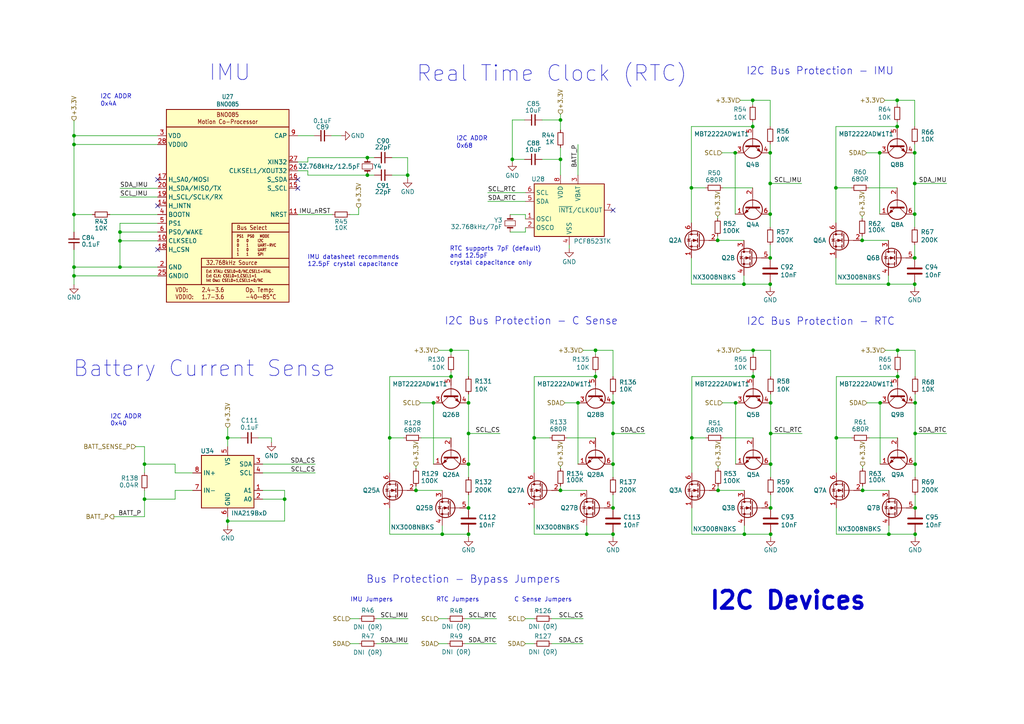
<source format=kicad_sch>
(kicad_sch (version 20231120) (generator "eeschema") (generator_version "8.0")
  (paper "A4")
  (title_block (title "PiCubed Mainboard") (date "2024-02-27") (rev "01") (company "RExLab Carnegie Mellon University") (comment 1 "Neil Khera"))
  (junction (at 34.798 69.85))
  (junction (at 242.443 54.483))
  (junction (at 260.223 36.703))
  (junction (at 255.27 116.84))
  (junction (at 265.43 116.84))
  (junction (at 21.463 77.47))
  (junction (at 154.94 127))
  (junction (at 265.43 154.94))
  (junction (at 213.36 116.84))
  (junction (at 250.063 69.723))
  (junction (at 223.52 125.73))
  (junction (at 215.773 82.423))
  (junction (at 223.52 134.62))
  (junction (at 260.35 101.6))
  (junction (at 218.313 29.083))
  (junction (at 255.143 44.323))
  (junction (at 223.393 74.803))
  (junction (at 200.66 127))
  (junction (at 21.463 80.01))
  (junction (at 170.18 154.94))
  (junction (at 260.223 29.083))
  (junction (at 172.72 109.22))
  (junction (at 223.393 82.423))
  (junction (at 257.683 82.423))
  (junction (at 34.798 67.31))
  (junction (at 265.43 134.62))
  (junction (at 21.463 39.37))
  (junction (at 135.89 147.32))
  (junction (at 200.533 54.483))
  (junction (at 135.89 125.73))
  (junction (at 34.798 77.47))
  (junction (at 177.8 147.32))
  (junction (at 177.8 134.62))
  (junction (at 223.52 147.32))
  (junction (at 265.43 147.32))
  (junction (at 223.52 154.94))
  (junction (at 265.43 125.73))
  (junction (at 223.393 44.323))
  (junction (at 223.52 116.84))
  (junction (at 265.303 62.103))
  (junction (at 120.65 142.24))
  (junction (at 208.28 142.24))
  (junction (at 250.19 142.24))
  (junction (at 223.393 62.103))
  (junction (at 21.463 62.23))
  (junction (at 148.59 46.228))
  (junction (at 66.04 151.13))
  (junction (at 218.44 101.6))
  (junction (at 265.303 44.323))
  (junction (at 135.89 134.62))
  (junction (at 213.233 44.323))
  (junction (at 106.553 50.8))
  (junction (at 177.8 116.84))
  (junction (at 128.27 154.94))
  (junction (at 135.89 116.84))
  (junction (at 265.303 82.423))
  (junction (at 66.04 127))
  (junction (at 162.56 34.798))
  (junction (at 177.8 154.94))
  (junction (at 223.393 53.213))
  (junction (at 130.81 109.22))
  (junction (at 257.81 154.94))
  (junction (at 113.03 127))
  (junction (at 265.303 74.803))
  (junction (at 162.56 142.24))
  (junction (at 106.553 45.72))
  (junction (at 215.9 154.94))
  (junction (at 41.91 134.62))
  (junction (at 130.81 101.6))
  (junction (at 162.56 46.228))
  (junction (at 208.153 69.723))
  (junction (at 177.8 125.73))
  (junction (at 135.89 154.94))
  (junction (at 172.72 101.6))
  (junction (at 118.237 50.8))
  (junction (at 167.64 116.84))
  (junction (at 218.44 109.22))
  (junction (at 260.35 109.22))
  (junction (at 125.73 116.84))
  (junction (at 265.303 53.213))
  (junction (at 21.463 41.91))
  (junction (at 82.55 144.78))
  (junction (at 218.313 36.703))
  (junction (at 41.91 144.78))
  (junction (at 242.57 127))
  (no_connect (at 45.72 59.69))
  (no_connect (at 177.8 60.96))
  (no_connect (at 45.72 72.39))
  (no_connect (at 45.72 52.07))
  (no_connect (at 86.36 52.07))
  (no_connect (at 86.36 54.61))
  (wire (pts (xy 167.64 116.84) (xy 167.64 134.62)))
  (wire (pts (xy 33.02 149.86) (xy 41.91 149.86)))
  (wire (pts (xy 242.443 74.803) (xy 242.443 82.423)))
  (wire (pts (xy 41.91 144.78) (xy 50.8 144.78)))
  (wire (pts (xy 34.798 69.85) (xy 34.798 77.47)))
  (wire (pts (xy 214.884 101.6) (xy 218.44 101.6)))
  (wire (pts (xy 21.463 77.47) (xy 21.463 80.01)))
  (wire (pts (xy 122.174 127) (xy 130.81 127)))
  (wire (pts (xy 223.393 70.993) (xy 223.393 74.803)))
  (wire (pts (xy 34.798 67.31) (xy 34.798 69.85)))
  (wire (pts (xy 257.81 154.94) (xy 265.43 154.94)))
  (polyline (pts (xy 308.61 19.304) (xy 308.61 72.644)))
  (wire (pts (xy 162.56 33.147) (xy 162.56 34.798)))
  (wire (pts (xy 82.55 142.24) (xy 76.2 142.24)))
  (wire (pts (xy 177.8 101.6) (xy 172.72 101.6)))
  (wire (pts (xy 21.463 72.39) (xy 21.463 77.47)))
  (wire (pts (xy 162.56 140.97) (xy 162.56 142.24)))
  (wire (pts (xy 76.2 134.62) (xy 91.44 134.62)))
  (wire (pts (xy 45.72 80.01) (xy 21.463 80.01)))
  (wire (pts (xy 223.52 125.73) (xy 223.52 116.84)))
  (wire (pts (xy 208.153 68.453) (xy 208.153 69.723)))
  (wire (pts (xy 164.465 127) (xy 172.72 127)))
  (wire (pts (xy 200.66 137.16) (xy 200.66 127)))
  (wire (pts (xy 125.73 116.84) (xy 125.73 134.62)))
  (wire (pts (xy 172.72 107.95) (xy 172.72 109.22)))
  (wire (pts (xy 118.237 45.72) (xy 113.665 45.72)))
  (wire (pts (xy 154.94 109.22) (xy 172.72 109.22)))
  (wire (pts (xy 257.683 82.423) (xy 265.303 82.423)))
  (wire (pts (xy 218.313 29.083) (xy 218.313 30.353)))
  (wire (pts (xy 113.03 154.94) (xy 128.27 154.94)))
  (wire (pts (xy 135.89 134.62) (xy 135.89 125.73)))
  (wire (pts (xy 223.393 29.083) (xy 218.313 29.083)))
  (wire (pts (xy 162.56 42.799) (xy 162.56 46.228)))
  (wire (pts (xy 250.19 142.24) (xy 257.81 142.24)))
  (wire (pts (xy 148.59 46.228) (xy 152.146 46.228)))
  (wire (pts (xy 250.063 69.723) (xy 257.683 69.723)))
  (wire (pts (xy 160.02 179.451) (xy 169.164 179.451)))
  (wire (pts (xy 265.303 41.783) (xy 265.303 44.323)))
  (wire (pts (xy 215.9 152.4) (xy 215.9 154.94)))
  (wire (pts (xy 145.034 125.73) (xy 135.89 125.73)))
  (wire (pts (xy 113.03 147.32) (xy 113.03 154.94)))
  (wire (pts (xy 170.18 154.94) (xy 177.8 154.94)))
  (wire (pts (xy 89.281 45.72) (xy 106.553 45.72)))
  (wire (pts (xy 250.063 68.453) (xy 250.063 69.723)))
  (wire (pts (xy 89.281 46.99) (xy 86.36 46.99)))
  (wire (pts (xy 265.43 101.6) (xy 265.43 109.22)))
  (wire (pts (xy 187.071 125.73) (xy 177.8 125.73)))
  (wire (pts (xy 89.281 49.53) (xy 86.36 49.53)))
  (wire (pts (xy 208.153 62.738) (xy 208.153 63.373)))
  (wire (pts (xy 148.59 34.798) (xy 152.146 34.798)))
  (wire (pts (xy 147.955 67.31) (xy 152.4 67.31)))
  (wire (pts (xy 118.237 50.8) (xy 113.665 50.8)))
  (wire (pts (xy 265.43 125.73) (xy 274.574 125.73)))
  (wire (pts (xy 127.254 179.451) (xy 129.794 179.451)))
  (wire (pts (xy 101.473 62.23) (xy 104.013 62.23)))
  (wire (pts (xy 215.773 82.423) (xy 223.393 82.423)))
  (wire (pts (xy 218.313 35.433) (xy 218.313 36.703)))
  (wire (pts (xy 45.72 64.77) (xy 34.798 64.77)))
  (wire (pts (xy 141.478 55.88) (xy 152.4 55.88)))
  (wire (pts (xy 256.667 29.083) (xy 260.223 29.083)))
  (wire (pts (xy 113.03 127) (xy 117.094 127)))
  (wire (pts (xy 177.8 101.6) (xy 177.8 109.22)))
  (wire (pts (xy 147.955 62.23) (xy 152.4 62.23)))
  (wire (pts (xy 265.303 29.083) (xy 265.303 36.703)))
  (wire (pts (xy 215.9 154.94) (xy 223.52 154.94)))
  (wire (pts (xy 208.28 140.97) (xy 208.28 142.24)))
  (wire (pts (xy 162.56 142.24) (xy 170.18 142.24)))
  (wire (pts (xy 223.393 41.783) (xy 223.393 44.323)))
  (wire (pts (xy 82.55 151.13) (xy 82.55 144.78)))
  (wire (pts (xy 265.43 101.6) (xy 260.35 101.6)))
  (wire (pts (xy 96.139 39.37) (xy 98.933 39.37)))
  (wire (pts (xy 265.303 62.103) (xy 265.303 53.213)))
  (wire (pts (xy 163.83 116.84) (xy 167.64 116.84)))
  (wire (pts (xy 130.81 107.95) (xy 130.81 109.22)))
  (wire (pts (xy 209.677 54.483) (xy 218.313 54.483)))
  (wire (pts (xy 200.66 127) (xy 200.66 109.22)))
  (wire (pts (xy 108.585 50.8) (xy 106.553 50.8)))
  (wire (pts (xy 242.443 54.483) (xy 242.443 36.703)))
  (wire (pts (xy 177.8 134.62) (xy 177.8 138.43)))
  (wire (pts (xy 242.443 36.703) (xy 260.223 36.703)))
  (wire (pts (xy 66.04 124.079) (xy 66.04 127)))
  (wire (pts (xy 242.443 54.483) (xy 246.888 54.483)))
  (wire (pts (xy 223.393 29.083) (xy 223.393 36.703)))
  (wire (pts (xy 21.463 62.23) (xy 26.797 62.23)))
  (wire (pts (xy 251.46 116.84) (xy 255.27 116.84)))
  (wire (pts (xy 223.52 134.62) (xy 223.52 125.73)))
  (wire (pts (xy 135.89 101.6) (xy 130.81 101.6)))
  (wire (pts (xy 34.798 67.31) (xy 45.72 67.31)))
  (wire (pts (xy 41.91 142.24) (xy 41.91 144.78)))
  (wire (pts (xy 21.463 35.052) (xy 21.463 39.37)))
  (wire (pts (xy 251.333 44.323) (xy 255.143 44.323)))
  (wire (pts (xy 108.585 45.72) (xy 106.553 45.72)))
  (wire (pts (xy 34.798 69.85) (xy 45.72 69.85)))
  (wire (pts (xy 113.03 127) (xy 113.03 109.22)))
  (wire (pts (xy 167.64 41.91) (xy 167.64 50.8)))
  (wire (pts (xy 209.423 44.323) (xy 213.233 44.323)))
  (wire (pts (xy 41.91 134.62) (xy 41.91 137.16)))
  (wire (pts (xy 242.443 82.423) (xy 257.683 82.423)))
  (wire (pts (xy 121.92 116.84) (xy 125.73 116.84)))
  (wire (pts (xy 120.65 135.255) (xy 120.65 135.89)))
  (wire (pts (xy 208.28 135.255) (xy 208.28 135.89)))
  (wire (pts (xy 218.44 101.6) (xy 218.44 102.87)))
  (wire (pts (xy 257.81 152.4) (xy 257.81 154.94)))
  (wire (pts (xy 213.233 44.323) (xy 213.233 62.103)))
  (wire (pts (xy 135.89 155.829) (xy 135.89 154.94)))
  (wire (pts (xy 200.533 54.483) (xy 204.597 54.483)))
  (wire (pts (xy 255.143 44.323) (xy 255.143 62.103)))
  (wire (pts (xy 66.04 151.13) (xy 66.04 152.4)))
  (wire (pts (xy 223.52 134.62) (xy 223.52 138.43)))
  (wire (pts (xy 76.2 137.16) (xy 91.44 137.16)))
  (wire (pts (xy 21.463 82.55) (xy 21.463 80.01)))
  (wire (pts (xy 260.35 107.95) (xy 260.35 109.22)))
  (wire (pts (xy 251.968 54.483) (xy 260.223 54.483)))
  (wire (pts (xy 130.81 101.6) (xy 130.81 102.87)))
  (wire (pts (xy 250.063 62.738) (xy 250.063 63.373)))
  (wire (pts (xy 209.55 116.84) (xy 213.36 116.84)))
  (wire (pts (xy 177.8 114.3) (xy 177.8 116.84)))
  (wire (pts (xy 86.36 39.37) (xy 91.059 39.37)))
  (wire (pts (xy 45.72 77.47) (xy 34.798 77.47)))
  (wire (pts (xy 252.095 127) (xy 260.35 127)))
  (wire (pts (xy 250.19 135.255) (xy 250.19 135.89)))
  (wire (pts (xy 265.303 70.993) (xy 265.303 74.803)))
  (wire (pts (xy 265.303 83.312) (xy 265.303 82.423)))
  (wire (pts (xy 223.52 114.3) (xy 223.52 116.84)))
  (wire (pts (xy 118.237 51.816) (xy 118.237 50.8)))
  (wire (pts (xy 106.553 50.8) (xy 89.281 50.8)))
  (wire (pts (xy 134.874 179.451) (xy 144.018 179.451)))
  (polyline (pts (xy 308.61 72.644) (xy 374.65 72.644)))
  (wire (pts (xy 265.43 134.62) (xy 265.43 125.73)))
  (wire (pts (xy 152.4 186.69) (xy 154.94 186.69)))
  (wire (pts (xy 162.56 34.798) (xy 162.56 37.719)))
  (wire (pts (xy 223.52 143.51) (xy 223.52 147.32)))
  (wire (pts (xy 41.91 134.62) (xy 50.8 134.62)))
  (wire (pts (xy 154.94 137.16) (xy 154.94 127)))
  (wire (pts (xy 223.52 101.6) (xy 218.44 101.6)))
  (wire (pts (xy 223.393 53.213) (xy 223.393 44.323)))
  (wire (pts (xy 21.463 41.91) (xy 45.72 41.91)))
  (wire (pts (xy 200.66 154.94) (xy 215.9 154.94)))
  (wire (pts (xy 128.27 152.4) (xy 128.27 154.94)))
  (wire (pts (xy 255.27 116.84) (xy 255.27 134.62)))
  (polyline (pts (xy 374.65 72.644) (xy 374.65 19.304)))
  (wire (pts (xy 135.89 143.51) (xy 135.89 147.32)))
  (wire (pts (xy 208.153 69.723) (xy 215.773 69.723)))
  (wire (pts (xy 208.28 142.24) (xy 215.9 142.24)))
  (polyline (pts (xy 374.65 19.304) (xy 308.61 19.304)))
  (wire (pts (xy 177.8 125.73) (xy 177.8 116.84)))
  (wire (pts (xy 170.18 152.4) (xy 170.18 154.94)))
  (wire (pts (xy 76.2 144.78) (xy 82.55 144.78)))
  (wire (pts (xy 157.226 34.798) (xy 162.56 34.798)))
  (wire (pts (xy 50.8 137.16) (xy 50.8 134.62)))
  (wire (pts (xy 21.463 41.91) (xy 21.463 62.23)))
  (wire (pts (xy 177.8 134.62) (xy 177.8 125.73)))
  (wire (pts (xy 118.237 50.8) (xy 118.237 45.72)))
  (wire (pts (xy 154.94 154.94) (xy 170.18 154.94)))
  (wire (pts (xy 200.533 36.703) (xy 218.313 36.703)))
  (wire (pts (xy 157.226 46.228) (xy 162.56 46.228)))
  (wire (pts (xy 250.19 140.97) (xy 250.19 142.24)))
  (wire (pts (xy 223.393 83.312) (xy 223.393 82.423)))
  (wire (pts (xy 66.04 127) (xy 69.85 127)))
  (wire (pts (xy 200.533 74.803) (xy 200.533 82.423)))
  (wire (pts (xy 135.89 125.73) (xy 135.89 116.84)))
  (wire (pts (xy 223.393 62.103) (xy 223.393 65.913)))
  (wire (pts (xy 154.94 127) (xy 159.385 127)))
  (wire (pts (xy 209.804 127) (xy 218.44 127)))
  (wire (pts (xy 21.463 39.37) (xy 21.463 41.91)))
  (wire (pts (xy 152.4 179.451) (xy 154.94 179.451)))
  (wire (pts (xy 165.1 72.009) (xy 165.1 71.12)))
  (wire (pts (xy 109.22 186.69) (xy 118.364 186.69)))
  (wire (pts (xy 31.877 62.23) (xy 45.72 62.23)))
  (wire (pts (xy 218.44 107.95) (xy 218.44 109.22)))
  (wire (pts (xy 34.798 54.61) (xy 45.72 54.61)))
  (wire (pts (xy 21.463 39.37) (xy 45.72 39.37)))
  (wire (pts (xy 274.574 53.213) (xy 265.303 53.213)))
  (wire (pts (xy 257.683 79.883) (xy 257.683 82.423)))
  (wire (pts (xy 172.72 101.6) (xy 172.72 102.87)))
  (wire (pts (xy 260.223 35.433) (xy 260.223 36.703)))
  (wire (pts (xy 223.52 101.6) (xy 223.52 109.22)))
  (wire (pts (xy 78.74 127) (xy 78.74 128.27)))
  (wire (pts (xy 242.57 109.22) (xy 260.35 109.22)))
  (wire (pts (xy 120.65 140.97) (xy 120.65 142.24)))
  (wire (pts (xy 265.303 53.213) (xy 265.303 44.323)))
  (wire (pts (xy 34.798 64.77) (xy 34.798 67.31)))
  (wire (pts (xy 39.37 129.54) (xy 41.91 129.54)))
  (wire (pts (xy 45.72 57.15) (xy 34.798 57.15)))
  (wire (pts (xy 213.36 116.84) (xy 213.36 134.62)))
  (wire (pts (xy 128.27 154.94) (xy 135.89 154.94)))
  (wire (pts (xy 148.59 46.99) (xy 148.59 46.228)))
  (wire (pts (xy 101.6 179.451) (xy 104.14 179.451)))
  (wire (pts (xy 265.43 143.51) (xy 265.43 147.32)))
  (wire (pts (xy 135.89 101.6) (xy 135.89 109.22)))
  (wire (pts (xy 34.798 77.47) (xy 21.463 77.47)))
  (wire (pts (xy 160.02 186.69) (xy 169.164 186.69)))
  (wire (pts (xy 242.57 147.32) (xy 242.57 154.94)))
  (wire (pts (xy 154.94 147.32) (xy 154.94 154.94)))
  (wire (pts (xy 55.88 142.24) (xy 50.8 142.24)))
  (wire (pts (xy 109.22 179.451) (xy 118.364 179.451)))
  (wire (pts (xy 66.04 149.86) (xy 66.04 151.13)))
  (wire (pts (xy 82.55 144.78) (xy 82.55 142.24)))
  (wire (pts (xy 148.59 34.798) (xy 148.59 46.228)))
  (wire (pts (xy 127.254 101.6) (xy 130.81 101.6)))
  (wire (pts (xy 177.8 143.51) (xy 177.8 147.32)))
  (wire (pts (xy 265.43 114.3) (xy 265.43 116.84)))
  (wire (pts (xy 113.03 137.16) (xy 113.03 127)))
  (wire (pts (xy 265.43 125.73) (xy 265.43 116.84)))
  (wire (pts (xy 152.4 62.23) (xy 152.4 63.5)))
  (wire (pts (xy 223.52 125.73) (xy 232.664 125.73)))
  (wire (pts (xy 214.757 29.083) (xy 218.313 29.083)))
  (wire (pts (xy 200.533 54.483) (xy 200.533 36.703)))
  (wire (pts (xy 162.56 46.228) (xy 162.56 50.8)))
  (wire (pts (xy 242.57 154.94) (xy 257.81 154.94)))
  (wire (pts (xy 265.303 62.103) (xy 265.303 65.913)))
  (wire (pts (xy 242.57 127) (xy 247.015 127)))
  (wire (pts (xy 162.56 135.255) (xy 162.56 135.89)))
  (wire (pts (xy 135.89 114.3) (xy 135.89 116.84)))
  (wire (pts (xy 21.463 62.23) (xy 21.463 67.31)))
  (wire (pts (xy 265.303 29.083) (xy 260.223 29.083)))
  (wire (pts (xy 50.8 142.24) (xy 50.8 144.78)))
  (wire (pts (xy 66.04 127) (xy 66.04 129.54)))
  (wire (pts (xy 260.35 101.6) (xy 260.35 102.87)))
  (wire (pts (xy 104.013 60.325) (xy 104.013 62.23)))
  (wire (pts (xy 120.65 142.24) (xy 128.27 142.24)))
  (wire (pts (xy 74.93 127) (xy 78.74 127)))
  (wire (pts (xy 96.393 62.23) (xy 86.36 62.23)))
  (wire (pts (xy 55.88 137.16) (xy 50.8 137.16)))
  (wire (pts (xy 256.794 101.6) (xy 260.35 101.6)))
  (wire (pts (xy 260.223 29.083) (xy 260.223 30.353)))
  (wire (pts (xy 66.04 151.13) (xy 82.55 151.13)))
  (wire (pts (xy 242.443 64.643) (xy 242.443 54.483)))
  (wire (pts (xy 177.8 155.829) (xy 177.8 154.94)))
  (wire (pts (xy 200.533 64.643) (xy 200.533 54.483)))
  (wire (pts (xy 200.533 82.423) (xy 215.773 82.423)))
  (wire (pts (xy 113.03 109.22) (xy 130.81 109.22)))
  (wire (pts (xy 41.91 134.62) (xy 41.91 129.54)))
  (wire (pts (xy 135.89 134.62) (xy 135.89 138.43)))
  (wire (pts (xy 223.52 155.829) (xy 223.52 154.94)))
  (wire (pts (xy 215.773 79.883) (xy 215.773 82.423)))
  (wire (pts (xy 141.478 58.42) (xy 152.4 58.42)))
  (wire (pts (xy 89.281 50.8) (xy 89.281 49.53)))
  (wire (pts (xy 242.57 127) (xy 242.57 109.22)))
  (wire (pts (xy 223.393 62.103) (xy 223.393 53.213)))
  (wire (pts (xy 89.281 45.72) (xy 89.281 46.99)))
  (wire (pts (xy 152.4 66.04) (xy 152.4 67.31)))
  (wire (pts (xy 232.537 53.213) (xy 223.393 53.213)))
  (wire (pts (xy 265.43 155.829) (xy 265.43 154.94)))
  (wire (pts (xy 154.94 127) (xy 154.94 109.22)))
  (wire (pts (xy 101.6 186.69) (xy 104.14 186.69)))
  (wire (pts (xy 200.66 147.32) (xy 200.66 154.94)))
  (wire (pts (xy 200.66 127) (xy 204.724 127)))
  (wire (pts (xy 134.874 186.69) (xy 144.018 186.69)))
  (wire (pts (xy 41.91 144.78) (xy 41.91 149.86)))
  (wire (pts (xy 127.254 186.69) (xy 129.794 186.69)))
  (wire (pts (xy 265.43 134.62) (xy 265.43 138.43)))
  (wire (pts (xy 242.57 137.16) (xy 242.57 127)))
  (wire (pts (xy 200.66 109.22) (xy 218.44 109.22)))
  (wire (pts (xy 169.164 101.6) (xy 172.72 101.6)))
  (text "I2C Devices" (at 205.486 177.292 0) (effects (font (size 5.08 5.08) (thickness 1.016) (bold yes)) (justify left bottom)))
  (text "0x4A " (at 34.798 30.988 0) (effects (font (size 1.27 1.27)) (justify right bottom)))
  (text "C Sense Jumpers" (at 149.098 174.752 0) (effects (font (size 1.27 1.27)) (justify left bottom)))
  (text "IMU Jumpers" (at 101.6 174.752 0) (effects (font (size 1.27 1.27)) (justify left bottom)))
  (text "Battery Current Sense" (at 21.082 109.728 0) (effects (font (size 4.572 4.572)) (justify left bottom)))
  (text "0x68" (at 137.16 43.18 0) (effects (font (size 1.27 1.27)) (justify right bottom)))
  (text "Bus Protection - Bypass Jumpers" (at 106.172 169.418 0) (effects (font (size 2.159 2.159)) (justify left bottom)))
  (text "RTC Jumpers" (at 126.492 174.752 0) (effects (font (size 1.27 1.27)) (justify left bottom)))
  (text "Real Time Clock (RTC)" (at 120.65 24.13 0) (effects (font (size 4.572 4.572)) (justify left bottom)))
  (text "I2C ADDR" (at 141.478 41.021 0) (effects (font (size 1.27 1.27)) (justify right bottom)))
  (text "IMU datasheet recommends \n12.5pF crystal capacitance" (at 89.154 77.47 0) (effects (font (size 1.27 1.27)) (justify left bottom)))
  (text "These novel bus protection circuits\nprevent traditional I2C/SPI failure \nmodes where a single slave failure\ncan disable the entire bus.\n\nLearn more: \nhttps://doi.org/10.36227/techrxiv.15166620\n\nBy default, slave clock and/or data lines \ncan be held low and the Master will still \nbe able to communicate with the remainder \nof the bus.\n\nThey can individually be bypassed by \nremoving the transistor(s) and soldering\nthe 0ohm jumpers to the right." (at 312.42 70.104 0) (effects (font (size 1.7526 1.7526)) (justify left bottom)))
  (text "I2C ADDR" (at 41.148 121.666 0) (effects (font (size 1.27 1.27)) (justify right bottom)))
  (text "I2C Bus Protection - C Sense" (at 128.905 94.488 0) (effects (font (size 2.159 2.159)) (justify left bottom)))
  (text "I2C Bus Protection - RTC" (at 216.535 94.615 0) (effects (font (size 2.159 2.159)) (justify left bottom)))
  (text "RTC supports 7pF (default)\nand 12.5pF\ncrystal capacitance only" (at 130.429 77.089 0) (effects (font (size 1.27 1.27)) (justify left bottom)))
  (text "IMU" (at 60.452 23.876 0) (effects (font (size 4.572 4.572)) (justify left bottom)))
  (text "I2C ADDR" (at 38.227 28.829 0) (effects (font (size 1.27 1.27)) (justify right bottom)))
  (text "NOTE" (at 309.88 24.384 0) (effects (font (size 2.54 2.54) (thickness 0.508) (bold yes)) (justify left bottom)))
  (text "0x40" (at 36.83 123.698 0) (effects (font (size 1.27 1.27)) (justify right bottom)))
  (text "I2C Bus Protection - IMU" (at 216.408 21.971 0) (effects (font (size 2.159 2.159)) (justify left bottom)))
  (label "SCL_RTC" (at 144.018 179.451 180))
  (label "BATT_P" (at 34.29 149.86 0))
  (label "SDA_IMU" (at 118.364 186.69 180))
  (label "SDA_RTC" (at 144.018 186.69 180))
  (label "SCL_CS" (at 91.44 137.16 180))
  (label "IMU_nRST" (at 86.741 62.23 0))
  (label "SDA_RTC" (at 274.574 125.73 180))
  (label "BATT_P" (at 167.64 41.91 270))
  (label "SCL_IMU" (at 118.364 179.451 180))
  (label "SDA_CS" (at 91.44 134.62 180))
  (label "SCL_RTC" (at 232.664 125.73 180))
  (label "SCL_CS" (at 145.034 125.73 180))
  (label "SCL_CS" (at 169.164 179.451 180))
  (label "SCL_IMU" (at 34.798 57.15 0))
  (label "SDA_RTC" (at 141.478 58.42 0))
  (label "SDA_IMU" (at 34.798 54.61 0))
  (label "SDA_CS" (at 187.071 125.73 180))
  (label "SCL_IMU" (at 232.537 53.213 180))
  (label "SDA_IMU" (at 274.574 53.213 180))
  (label "SDA_CS" (at 169.164 186.69 180))
  (label "SCL_RTC" (at 141.478 55.88 0))
  (hierarchical_label "+3.3V" (shape input) (at 104.013 60.325 90))
  (hierarchical_label "SDA" (shape input) (at 251.46 116.84 180))
  (hierarchical_label "BATT_P" (shape output) (at 33.02 149.86 180))
  (hierarchical_label "+3.3V" (shape input) (at 250.19 135.255 90))
  (hierarchical_label "+3.3V" (shape input) (at 250.063 62.738 90))
  (hierarchical_label "SCL" (shape input) (at 101.6 179.451 180))
  (hierarchical_label "+3.3V" (shape input) (at 66.04 124.079 90))
  (hierarchical_label "SDA" (shape input) (at 163.83 116.84 180))
  (hierarchical_label "SCL" (shape input) (at 209.55 116.84 180))
  (hierarchical_label "+3.3V" (shape input) (at 21.463 35.052 90))
  (hierarchical_label "+3.3V" (shape input) (at 256.794 101.6 180))
  (hierarchical_label "+3.3V" (shape input) (at 214.884 101.6 180))
  (hierarchical_label "SCL" (shape input) (at 127.254 179.451 180))
  (hierarchical_label "+3.3V" (shape input) (at 214.757 29.083 180))
  (hierarchical_label "+3.3V" (shape input) (at 120.65 135.255 90))
  (hierarchical_label "+3.3V" (shape input) (at 162.56 33.147 90))
  (hierarchical_label "+3.3V" (shape input) (at 208.153 62.738 90))
  (hierarchical_label "SDA" (shape input) (at 101.6 186.69 180))
  (hierarchical_label "BATT_SENSE_P" (shape input) (at 39.37 129.54 180))
  (hierarchical_label "+3.3V" (shape input) (at 169.164 101.6 180))
  (hierarchical_label "SDA" (shape input) (at 152.4 186.69 180))
  (hierarchical_label "+3.3V" (shape input) (at 256.667 29.083 180))
  (hierarchical_label "SCL" (shape input) (at 209.423 44.323 180))
  (hierarchical_label "SDA" (shape input) (at 251.333 44.323 180))
  (hierarchical_label "+3.3V" (shape input) (at 208.28 135.255 90))
  (hierarchical_label "+3.3V" (shape input) (at 127.254 101.6 180))
  (hierarchical_label "SCL" (shape input) (at 121.92 116.84 180))
  (hierarchical_label "SDA" (shape input) (at 127.254 186.69 180))
  (hierarchical_label "+3.3V" (shape input) (at 162.56 135.255 90))
  (hierarchical_label "SCL" (shape input) (at 152.4 179.451 180))
  (symbol (lib_id "Transistor_BJT:MBT2222ADW1T1") (at 130.81 114.3 90) (mirror x) (unit 2)
    (property "Reference" "Q26" (at 130.81 120.269 90))
    (property "Value" "MBT2222ADW1T1" (at 121.793 111.379 90))
    (property "Footprint" "Package_TO_SOT_SMD:SOT-363_SC-70-6" (effects (hide yes)))
    (property "Datasheet" "http://www.onsemi.com/pub_link/Collateral/MBT2222ADW1T1-D.PDF" (effects (hide yes)))
    (property "Description" "Dual NPN BJT - 2NPN" (effects (hide yes)))
    (property "Flight" "MBT2222ADW1T1G" (effects (hide yes)))
    (property "Manufacturer_Name" "ON Semiconductor" (effects (hide yes)))
    (property "Manufacturer_Part_Number" "MBT2222ADW1T1G" (effects (hide yes)))
    (property "Proto" "MBT2222ADW1T1G" (effects (hide yes)))
  )
  (symbol (lib_id "Device:R_Small") (at 132.334 186.69 270) (unit 1)
    (property "Reference" "R49" (at 132.334 184.531 90))
    (property "Value" "DNI (0R)" (at 132.334 189.103 90))
    (property "Footprint" "Resistor_SMD:R_0603_1608Metric" (effects (hide yes)))
    (property "Description" "0 0603" (effects (hide yes)))
    (property "DNI" "DNI" (effects (hide yes)))
  )
  (symbol (lib_id "Device:C_Small") (at 111.125 45.72 270) (mirror x) (unit 1)
    (property "Reference" "C90" (at 111.125 40.894 90))
    (property "Value" "22pF" (at 111.125 42.672 90))
    (property "Footprint" "Capacitor_SMD:C_0603_1608Metric" (effects (hide yes)))
  )
  (symbol (lib_id "Device:R_Small") (at 130.81 105.41 0) (unit 1)
    (property "Reference" "R130" (at 129.1082 104.2416 0) (effects (justify right)))
    (property "Value" "10K" (at 129.1082 106.553 0) (effects (justify right)))
    (property "Footprint" "Resistor_SMD:R_0603_1608Metric" (effects (hide yes)))
    (property "Description" "10K 0603" (effects (hide yes)))
  )
  (symbol (lib_id "Device:R_Small") (at 161.925 127 270) (unit 1)
    (property "Reference" "R133" (at 161.925 122.428 90))
    (property "Value" "680R" (at 161.925 124.46 90))
    (property "Footprint" "Resistor_SMD:R_0603_1608Metric" (effects (hide yes)))
    (property "Description" "680 0603" (effects (hide yes)))
  )
  (symbol (lib_id "power:GND") (at 148.59 46.99 0) (unit 1)
    (property "Reference" "#PWR0104" (effects (hide yes)))
    (property "Value" "GND" (at 148.59 50.927 0))
  )
  (symbol (lib_id "Transistor_BJT:MBT2222ADW1T1") (at 218.44 114.3 90) (mirror x) (unit 2)
    (property "Reference" "Q5" (at 218.44 120.269 90))
    (property "Value" "MBT2222ADW1T1" (at 209.423 111.379 90))
    (property "Footprint" "Package_TO_SOT_SMD:SOT-363_SC-70-6" (effects (hide yes)))
    (property "Datasheet" "http://www.onsemi.com/pub_link/Collateral/MBT2222ADW1T1-D.PDF" (effects (hide yes)))
    (property "Description" "Dual NPN BJT - 2NPN" (effects (hide yes)))
    (property "Flight" "MBT2222ADW1T1G" (effects (hide yes)))
    (property "Manufacturer_Name" "ON Semiconductor" (effects (hide yes)))
    (property "Manufacturer_Part_Number" "MBT2222ADW1T1G" (effects (hide yes)))
    (property "Proto" "MBT2222ADW1T1G" (effects (hide yes)))
  )
  (symbol (lib_id "Device:R_Small") (at 208.28 138.43 0) (unit 1)
    (property "Reference" "R53" (at 209.804 137.414 0) (effects (justify left)))
    (property "Value" "100K" (at 209.677 139.446 0) (effects (justify left)))
    (property "Footprint" "Resistor_SMD:R_0603_1608Metric" (effects (hide yes)))
    (property "Description" "100K 0603" (effects (hide yes)))
  )
  (symbol (lib_id "mainboard:BNO085") (at 66.04 59.69 0) (unit 1)
    (property "Reference" "U27" (at 66.04 28.067 0) (effects (font (size 1.27 1.0795))))
    (property "Value" "BNO085" (at 66.04 30.226 0) (effects (font (size 1.27 1.0795))))
    (property "Footprint" "mainboard:LGA-28" (effects (hide yes)))
  )
  (symbol (lib_id "mainboard:NX3008NBKS") (at 201.803 69.723 0) (mirror y) (unit 1)
    (property "Reference" "Q2" (at 197.739 69.723 0) (effects (justify left)))
    (property "Value" "NX3008NBKS" (at 213.487 80.391 0) (effects (justify left)))
    (property "Footprint" "Package_TO_SOT_SMD:SOT-363_SC-70-6" (effects (hide yes)))
    (property "Datasheet" "https://assets.nexperia.com/documents/data-sheet/NX3008NBKS.pdf" (effects (hide yes)))
    (property "Description" "Dual N-Channel MOSFET - 2NMOS" (effects (hide yes)))
    (property "Manufacturer_Name" "Nexperia USA Inc." (effects (hide yes)))
    (property "Manufacturer_Part_Number" "NX3008NBKS" (effects (hide yes)))
    (property "Proto" "BSS138DWQ-7" (effects (hide yes)))
  )
  (symbol (lib_id "power:GND") (at 265.43 155.829 0) (unit 1)
    (property "Reference" "#PWR0111" (effects (hide yes)))
    (property "Value" "GND" (at 265.43 159.512 0))
  )
  (symbol (lib_id "Device:R_Small") (at 98.933 62.23 90) (unit 1)
    (property "Reference" "R45" (at 98.933 64.262 90))
    (property "Value" "10K" (at 98.933 66.04 90))
    (property "Footprint" "Resistor_SMD:R_0603_1608Metric" (effects (hide yes)))
  )
  (symbol (lib_id "Device:R_Small") (at 250.19 138.43 0) (unit 1)
    (property "Reference" "R63" (at 251.841 137.414 0) (effects (justify left)))
    (property "Value" "100K" (at 251.841 139.192 0) (effects (justify left)))
    (property "Footprint" "Resistor_SMD:R_0603_1608Metric" (effects (hide yes)))
    (property "Description" "100K 0603" (effects (hide yes)))
  )
  (symbol (lib_id "Device:R_Small") (at 223.52 140.97 0) (unit 1)
    (property "Reference" "R59" (at 225.2472 139.8016 0) (effects (justify left)))
    (property "Value" "200K" (at 225.2472 142.113 0) (effects (justify left)))
    (property "Footprint" "Resistor_SMD:R_0603_1608Metric" (effects (hide yes)))
    (property "Description" "200K 0603" (effects (hide yes)))
  )
  (symbol (lib_id "Device:R_Small") (at 265.303 68.453 0) (unit 1)
    (property "Reference" "R67" (at 267.0302 67.2846 0) (effects (justify left)))
    (property "Value" "200K" (at 267.0302 69.596 0) (effects (justify left)))
    (property "Footprint" "Resistor_SMD:R_0603_1608Metric" (effects (hide yes)))
    (property "Description" "200K 0603" (effects (hide yes)))
  )
  (symbol (lib_id "Device:Crystal_Small") (at 106.553 48.26 90) (mirror x) (unit 1)
    (property "Reference" "Y4" (at 110.744 48.26 90) (effects (justify left)))
    (property "Value" "32.768kHz/12.5pF" (at 104.521 48.26 90) (effects (justify left)))
    (property "Footprint" "Crystal:Crystal_SMD_MicroCrystal_CC7V-T1A-2Pin_3.2x1.5mm" (effects (hide yes)))
  )
  (symbol (lib_id "Timer_RTC:PCF8523TK") (at 165.1 60.96 0) (unit 1)
    (property "Reference" "U28" (at 156.083 51.943 0))
    (property "Value" "PCF8523TK" (at 171.831 69.977 0))
    (property "Footprint" "Package_SON:HVSON-8-1EP_4x4mm_P0.8mm_EP2.2x3.1mm" (effects (hide yes)))
    (property "Datasheet" "https://www.nxp.com/docs/en/data-sheet/PCF8523.pdf" (effects (hide yes)))
  )
  (symbol (lib_id "Device:R_Small") (at 132.334 179.451 270) (unit 1)
    (property "Reference" "R48" (at 132.334 177.165 90))
    (property "Value" "DNI (0R)" (at 132.334 181.737 90))
    (property "Footprint" "Resistor_SMD:R_0603_1608Metric" (effects (hide yes)))
    (property "Description" "0 0603" (effects (hide yes)))
    (property "DNI" "DNI" (effects (hide yes)))
  )
  (symbol (lib_id "Device:R_Small") (at 223.393 68.453 0) (unit 1)
    (property "Reference" "R57" (at 225.1202 67.2846 0) (effects (justify left)))
    (property "Value" "200K" (at 225.1202 69.596 0) (effects (justify left)))
    (property "Footprint" "Resistor_SMD:R_0603_1608Metric" (effects (hide yes)))
    (property "Description" "200K 0603" (effects (hide yes)))
  )
  (symbol (lib_id "Sensor_Energy:INA219BxD") (at 66.04 139.7 0) (unit 1)
    (property "Reference" "U34" (at 58.166 130.81 0) (effects (justify left)))
    (property "Value" "INA219BxD" (at 67.056 148.844 0) (effects (justify left)))
    (property "Footprint" "Package_SO:SOIC-8_3.9x4.9mm_P1.27mm" (effects (hide yes)))
    (property "Datasheet" "http://www.ti.com/lit/ds/symlink/ina219.pdf" (effects (hide yes)))
    (property "Description" "Zero-Drift, HighAccuracy, Bidirectional Current/Power Monitor (0-26V) With I2C Interface, SOIC-8" (effects (hide yes)))
  )
  (symbol (lib_id "Device:C_Small") (at 154.686 46.228 90) (unit 1)
    (property "Reference" "C88" (at 154.686 41.529 90))
    (property "Value" "10uF" (at 154.686 43.434 90))
    (property "Footprint" "Capacitor_SMD:C_0603_1608Metric" (effects (hide yes)))
  )
  (symbol (lib_id "Device:R_Small") (at 162.56 40.259 180) (unit 1)
    (property "Reference" "R44" (at 159.004 39.243 0))
    (property "Value" "1K" (at 159.512 41.148 0))
    (property "Footprint" "Resistor_SMD:R_0603_1608Metric" (effects (hide yes)))
  )
  (symbol (lib_id "Device:R_Small") (at 172.72 105.41 0) (unit 1)
    (property "Reference" "R135" (at 171.0182 104.2416 0) (effects (justify right)))
    (property "Value" "10K" (at 171.0182 106.553 0) (effects (justify right)))
    (property "Footprint" "Resistor_SMD:R_0603_1608Metric" (effects (hide yes)))
    (property "Description" "10K 0603" (effects (hide yes)))
  )
  (symbol (lib_id "power:GND") (at 165.1 72.009 0) (unit 1)
    (property "Reference" "#PWR0105" (effects (hide yes)))
    (property "Value" "GND" (at 165.1 75.946 0))
  )
  (symbol (lib_id "Device:R_Small") (at 207.137 54.483 270) (unit 1)
    (property "Reference" "R50" (at 207.137 50.165 90))
    (property "Value" "680R" (at 207.137 52.197 90))
    (property "Footprint" "Resistor_SMD:R_0603_1608Metric" (effects (hide yes)))
    (property "Description" "680 0603" (effects (hide yes)))
  )
  (symbol (lib_id "Device:R_Small") (at 135.89 140.97 0) (unit 1)
    (property "Reference" "R132" (at 137.6172 139.8016 0) (effects (justify left)))
    (property "Value" "200K" (at 137.6172 142.113 0) (effects (justify left)))
    (property "Footprint" "Resistor_SMD:R_0603_1608Metric" (effects (hide yes)))
    (property "Description" "200K 0603" (effects (hide yes)))
  )
  (symbol (lib_id "Device:C_Small") (at 72.39 127 270) (unit 1)
    (property "Reference" "C111" (at 72.39 121.92 90))
    (property "Value" "0.1uF" (at 72.39 123.952 90))
    (property "Footprint" "Capacitor_SMD:C_0603_1608Metric" (effects (hide yes)))
  )
  (symbol (lib_id "power:GND") (at 78.74 128.27 0) (unit 1)
    (property "Reference" "#PWR0146" (effects (hide yes)))
    (property "Value" "GND" (at 78.74 132.207 0))
  )
  (symbol (lib_id "Device:R_Small") (at 120.65 138.43 0) (unit 1)
    (property "Reference" "R129" (at 122.174 137.414 0) (effects (justify left)))
    (property "Value" "100K" (at 122.047 139.446 0) (effects (justify left)))
    (property "Footprint" "Resistor_SMD:R_0603_1608Metric" (effects (hide yes)))
    (property "Description" "100K 0603" (effects (hide yes)))
  )
  (symbol (lib_id "Device:R_Small") (at 162.56 138.43 0) (unit 1)
    (property "Reference" "R134" (at 164.211 137.414 0) (effects (justify left)))
    (property "Value" "100K" (at 164.211 139.192 0) (effects (justify left)))
    (property "Footprint" "Resistor_SMD:R_0603_1608Metric" (effects (hide yes)))
    (property "Description" "100K 0603" (effects (hide yes)))
  )
  (symbol (lib_id "Device:R_Small") (at 135.89 111.76 0) (unit 1)
    (property "Reference" "R131" (at 137.6172 110.5916 0) (effects (justify left)))
    (property "Value" "10K" (at 137.6172 112.903 0) (effects (justify left)))
    (property "Footprint" "Resistor_SMD:R_0603_1608Metric" (effects (hide yes)))
    (property "Description" "10K 0603" (effects (hide yes)))
  )
  (symbol (lib_id "Device:R_Small") (at 218.44 105.41 0) (unit 1)
    (property "Reference" "R55" (at 216.7382 104.2416 0) (effects (justify right)))
    (property "Value" "10K" (at 216.7382 106.553 0) (effects (justify right)))
    (property "Footprint" "Resistor_SMD:R_0603_1608Metric" (effects (hide yes)))
    (property "Description" "10K 0603" (effects (hide yes)))
  )
  (symbol (lib_id "Device:R_Small") (at 177.8 140.97 0) (unit 1)
    (property "Reference" "R137" (at 179.5272 139.8016 0) (effects (justify left)))
    (property "Value" "200K" (at 179.5272 142.113 0) (effects (justify left)))
    (property "Footprint" "Resistor_SMD:R_0603_1608Metric" (effects (hide yes)))
    (property "Description" "200K 0603" (effects (hide yes)))
  )
  (symbol (lib_id "Device:R_Small") (at 157.48 186.69 270) (unit 1)
    (property "Reference" "R127" (at 157.48 184.531 90))
    (property "Value" "DNI (0R)" (at 157.48 189.103 90))
    (property "Footprint" "Resistor_SMD:R_0603_1608Metric" (effects (hide yes)))
    (property "Description" "0 0603" (effects (hide yes)))
    (property "DNI" "DNI" (effects (hide yes)))
  )
  (symbol (lib_id "Transistor_BJT:MBT2222ADW1T1") (at 260.223 59.563 270) (unit 1)
    (property "Reference" "Q8" (at 260.223 65.151 90))
    (property "Value" "MBT2222ADW1T1" (effects (hide yes)))
    (property "Footprint" "Package_TO_SOT_SMD:SOT-363_SC-70-6" (effects (hide yes)))
    (property "Datasheet" "http://www.onsemi.com/pub_link/Collateral/MBT2222ADW1T1-D.PDF" (effects (hide yes)))
    (property "Description" "Dual NPN BJT - 2NPN" (effects (hide yes)))
    (property "Flight" "MBT2222ADW1T1G" (effects (hide yes)))
    (property "Manufacturer_Name" "ON Semiconductor" (effects (hide yes)))
    (property "Manufacturer_Part_Number" "MBT2222ADW1T1G" (effects (hide yes)))
    (property "Proto" "MBT2222ADW1T1G" (effects (hide yes)))
  )
  (symbol (lib_id "power:GND") (at 118.237 51.816 0) (mirror y) (unit 1)
    (property "Reference" "#PWR0107" (effects (hide yes)))
    (property "Value" "GND" (at 118.237 55.626 0))
  )
  (symbol (lib_id "Device:C") (at 177.8 151.13 0) (unit 1)
    (property "Reference" "C113" (at 180.721 149.987 0) (effects (justify left)))
    (property "Value" "10nF" (at 180.721 152.273 0) (effects (justify left)))
    (property "Footprint" "Capacitor_SMD:C_0603_1608Metric" (effects (hide yes)))
    (property "Description" "10nF +-10% 50V X7R" (effects (hide yes)))
  )
  (symbol (lib_id "Transistor_BJT:MBT2222ADW1T1") (at 218.313 59.563 270) (unit 1)
    (property "Reference" "Q4" (at 218.313 65.151 90))
    (property "Value" "MBT2222ADW1T1" (effects (hide yes)))
    (property "Footprint" "Package_TO_SOT_SMD:SOT-363_SC-70-6" (effects (hide yes)))
    (property "Datasheet" "http://www.onsemi.com/pub_link/Collateral/MBT2222ADW1T1-D.PDF" (effects (hide yes)))
    (property "Description" "Dual NPN BJT - 2NPN" (effects (hide yes)))
    (property "Flight" "MBT2222ADW1T1G" (effects (hide yes)))
    (property "Manufacturer_Name" "ON Semiconductor" (effects (hide yes)))
    (property "Manufacturer_Part_Number" "MBT2222ADW1T1G" (effects (hide yes)))
    (property "Proto" "MBT2222ADW1T1G" (effects (hide yes)))
  )
  (symbol (lib_id "power:GND") (at 66.04 152.4 0) (unit 1)
    (property "Reference" "#PWR0149" (effects (hide yes)))
    (property "Value" "GND" (at 66.04 156.083 0))
  )
  (symbol (lib_id "mainboard:NX3008NBKS") (at 243.84 142.24 0) (mirror y) (unit 1)
    (property "Reference" "Q7" (at 239.776 142.24 0) (effects (justify left)))
    (property "Value" "NX3008NBKS" (at 255.651 153.416 0) (effects (justify left)))
    (property "Footprint" "Package_TO_SOT_SMD:SOT-363_SC-70-6" (effects (hide yes)))
    (property "Datasheet" "https://assets.nexperia.com/documents/data-sheet/NX3008NBKS.pdf" (effects (hide yes)))
    (property "Description" "Dual N-Channel MOSFET - 2NMOS" (effects (hide yes)))
    (property "Manufacturer_Name" "Nexperia USA Inc." (effects (hide yes)))
    (property "Manufacturer_Part_Number" "NX3008NBKS" (effects (hide yes)))
    (property "Proto" "BSS138DWQ-7" (effects (hide yes)))
  )
  (symbol (lib_id "power:GND") (at 21.463 82.55 0) (unit 1)
    (property "Reference" "#PWR0103" (effects (hide yes)))
    (property "Value" "GND" (at 21.463 86.233 0))
  )
  (symbol (lib_id "Device:R_Small") (at 177.8 111.76 0) (unit 1)
    (property "Reference" "R136" (at 179.578 110.871 0) (effects (justify left)))
    (property "Value" "10K" (at 179.578 112.903 0) (effects (justify left)))
    (property "Footprint" "Resistor_SMD:R_0603_1608Metric" (effects (hide yes)))
    (property "Description" "10K 0603" (effects (hide yes)))
  )
  (symbol (lib_id "Transistor_BJT:MBT2222ADW1T1") (at 218.44 132.08 270) (unit 1)
    (property "Reference" "Q5" (at 218.44 137.668 90))
    (property "Value" "MBT2222ADW1T1" (effects (hide yes)))
    (property "Footprint" "Package_TO_SOT_SMD:SOT-363_SC-70-6" (effects (hide yes)))
    (property "Datasheet" "http://www.onsemi.com/pub_link/Collateral/MBT2222ADW1T1-D.PDF" (effects (hide yes)))
    (property "Description" "Dual NPN BJT - 2NPN" (effects (hide yes)))
    (property "Flight" "MBT2222ADW1T1G" (effects (hide yes)))
    (property "Manufacturer_Name" "ON Semiconductor" (effects (hide yes)))
    (property "Manufacturer_Part_Number" "MBT2222ADW1T1G" (effects (hide yes)))
    (property "Proto" "MBT2222ADW1T1G" (effects (hide yes)))
  )
  (symbol (lib_id "mainboard:NX3008NBKS") (at 129.54 147.32 0) (mirror y) (unit 2)
    (property "Reference" "Q25" (at 125.73 147.32 0) (effects (justify left)))
    (property "Value" "NX3008NBKS" (effects (hide yes)))
    (property "Footprint" "Package_TO_SOT_SMD:SOT-363_SC-70-6" (effects (hide yes)))
    (property "Datasheet" "https://assets.nexperia.com/documents/data-sheet/NX3008NBKS.pdf" (effects (hide yes)))
    (property "Description" "Dual N-Channel MOSFET - 2NMOS" (effects (hide yes)))
    (property "Manufacturer_Name" "Nexperia USA Inc." (effects (hide yes)))
    (property "Manufacturer_Part_Number" "NX3008NBKS" (effects (hide yes)))
    (property "Proto" "BSS138DWQ-7" (effects (hide yes)))
  )
  (symbol (lib_id "mainboard:NX3008NBKS") (at 217.17 147.32 0) (mirror y) (unit 2)
    (property "Reference" "Q3" (at 213.36 147.32 0) (effects (justify left)))
    (property "Value" "NX3008NBKS" (effects (hide yes)))
    (property "Footprint" "Package_TO_SOT_SMD:SOT-363_SC-70-6" (effects (hide yes)))
    (property "Datasheet" "https://assets.nexperia.com/documents/data-sheet/NX3008NBKS.pdf" (effects (hide yes)))
    (property "Description" "Dual N-Channel MOSFET - 2NMOS" (effects (hide yes)))
    (property "Manufacturer_Name" "Nexperia USA Inc." (effects (hide yes)))
    (property "Manufacturer_Part_Number" "NX3008NBKS" (effects (hide yes)))
    (property "Proto" "BSS138DWQ-7" (effects (hide yes)))
  )
  (symbol (lib_id "Device:R_Small") (at 265.43 111.76 0) (unit 1)
    (property "Reference" "R68" (at 267.208 110.871 0) (effects (justify left)))
    (property "Value" "10K" (at 267.208 112.903 0) (effects (justify left)))
    (property "Footprint" "Resistor_SMD:R_0603_1608Metric" (effects (hide yes)))
    (property "Description" "10K 0603" (effects (hide yes)))
  )
  (symbol (lib_id "mainboard:NX3008NBKS") (at 114.3 142.24 0) (mirror y) (unit 1)
    (property "Reference" "Q25" (at 110.236 142.24 0) (effects (justify left)))
    (property "Value" "NX3008NBKS" (at 125.984 152.908 0) (effects (justify left)))
    (property "Footprint" "Package_TO_SOT_SMD:SOT-363_SC-70-6" (effects (hide yes)))
    (property "Datasheet" "https://assets.nexperia.com/documents/data-sheet/NX3008NBKS.pdf" (effects (hide yes)))
    (property "Description" "Dual N-Channel MOSFET - 2NMOS" (effects (hide yes)))
    (property "Manufacturer_Name" "Nexperia USA Inc." (effects (hide yes)))
    (property "Manufacturer_Part_Number" "NX3008NBKS" (effects (hide yes)))
    (property "Proto" "BSS138DWQ-7" (effects (hide yes)))
  )
  (symbol (lib_id "Device:R_Small") (at 29.337 62.23 270) (unit 1)
    (property "Reference" "R43" (at 29.337 64.262 90))
    (property "Value" "10K" (at 29.337 66.167 90))
    (property "Footprint" "Resistor_SMD:R_0603_1608Metric" (effects (hide yes)))
  )
  (symbol (lib_id "Device:R_Small") (at 106.68 179.451 270) (unit 1)
    (property "Reference" "R46" (at 106.68 177.038 90))
    (property "Value" "DNI (0R)" (at 106.68 181.864 90))
    (property "Footprint" "Resistor_SMD:R_0603_1608Metric" (effects (hide yes)))
    (property "Description" "0 0603" (effects (hide yes)))
    (property "DNI" "DNI" (effects (hide yes)))
  )
  (symbol (lib_id "Transistor_BJT:MBT2222ADW1T1") (at 172.72 132.08 270) (unit 1)
    (property "Reference" "Q28" (at 172.72 137.668 90))
    (property "Value" "MBT2222ADW1T1" (effects (hide yes)))
    (property "Footprint" "Package_TO_SOT_SMD:SOT-363_SC-70-6" (effects (hide yes)))
    (property "Datasheet" "http://www.onsemi.com/pub_link/Collateral/MBT2222ADW1T1-D.PDF" (effects (hide yes)))
    (property "Description" "Dual NPN BJT - 2NPN" (effects (hide yes)))
    (property "Flight" "MBT2222ADW1T1G" (effects (hide yes)))
    (property "Manufacturer_Name" "ON Semiconductor" (effects (hide yes)))
    (property "Manufacturer_Part_Number" "MBT2222ADW1T1G" (effects (hide yes)))
    (property "Proto" "MBT2222ADW1T1G" (effects (hide yes)))
  )
  (symbol (lib_id "Device:R_Small") (at 106.68 186.69 270) (unit 1)
    (property "Reference" "R47" (at 106.68 184.531 90))
    (property "Value" "DNI (0R)" (at 106.68 189.23 90))
    (property "Footprint" "Resistor_SMD:R_0603_1608Metric" (effects (hide yes)))
    (property "Description" "0 0603" (effects (hide yes)))
    (property "DNI" "DNI" (effects (hide yes)))
  )
  (symbol (lib_id "mainboard:NX3008NBKS") (at 259.08 147.32 0) (mirror y) (unit 2)
    (property "Reference" "Q7" (at 255.397 147.32 0) (effects (justify left)))
    (property "Value" "NX3008NBKS" (effects (hide yes)))
    (property "Footprint" "Package_TO_SOT_SMD:SOT-363_SC-70-6" (effects (hide yes)))
    (property "Datasheet" "https://assets.nexperia.com/documents/data-sheet/NX3008NBKS.pdf" (effects (hide yes)))
    (property "Description" "Dual N-Channel MOSFET - 2NMOS" (effects (hide yes)))
    (property "Manufacturer_Name" "Nexperia USA Inc." (effects (hide yes)))
    (property "Manufacturer_Part_Number" "NX3008NBKS" (effects (hide yes)))
    (property "Proto" "BSS138DWQ-7" (effects (hide yes)))
  )
  (symbol (lib_id "Device:R_Small") (at 157.48 179.451 270) (unit 1)
    (property "Reference" "R126" (at 157.48 177.165 90))
    (property "Value" "DNI (0R)" (at 157.48 181.737 90))
    (property "Footprint" "Resistor_SMD:R_0603_1608Metric" (effects (hide yes)))
    (property "Description" "0 0603" (effects (hide yes)))
    (property "DNI" "DNI" (effects (hide yes)))
  )
  (symbol (lib_id "Device:R_Small") (at 260.223 32.893 0) (unit 1)
    (property "Reference" "R64" (at 258.5212 31.7246 0) (effects (justify right)))
    (property "Value" "10K" (at 258.5212 34.036 0) (effects (justify right)))
    (property "Footprint" "Resistor_SMD:R_0603_1608Metric" (effects (hide yes)))
    (property "Description" "10K 0603" (effects (hide yes)))
  )
  (symbol (lib_id "mainboard:NX3008NBKS") (at 201.93 142.24 0) (mirror y) (unit 1)
    (property "Reference" "Q3" (at 197.866 142.24 0) (effects (justify left)))
    (property "Value" "NX3008NBKS" (at 213.614 153.416 0) (effects (justify left)))
    (property "Footprint" "Package_TO_SOT_SMD:SOT-363_SC-70-6" (effects (hide yes)))
    (property "Datasheet" "https://assets.nexperia.com/documents/data-sheet/NX3008NBKS.pdf" (effects (hide yes)))
    (property "Description" "Dual N-Channel MOSFET - 2NMOS" (effects (hide yes)))
    (property "Manufacturer_Name" "Nexperia USA Inc." (effects (hide yes)))
    (property "Manufacturer_Part_Number" "NX3008NBKS" (effects (hide yes)))
    (property "Proto" "BSS138DWQ-7" (effects (hide yes)))
  )
  (symbol (lib_id "Device:R_Small") (at 218.313 32.893 0) (unit 1)
    (property "Reference" "R54" (at 216.6112 31.7246 0) (effects (justify right)))
    (property "Value" "10K" (at 216.6112 34.036 0) (effects (justify right)))
    (property "Footprint" "Resistor_SMD:R_0603_1608Metric" (effects (hide yes)))
    (property "Description" "10K 0603" (effects (hide yes)))
  )
  (symbol (lib_id "Device:R_Small") (at 208.153 65.913 0) (unit 1)
    (property "Reference" "R52" (at 209.677 64.897 0) (effects (justify left)))
    (property "Value" "100K" (at 209.55 66.929 0) (effects (justify left)))
    (property "Footprint" "Resistor_SMD:R_0603_1608Metric" (effects (hide yes)))
    (property "Description" "100K 0603" (effects (hide yes)))
  )
  (symbol (lib_id "Device:C") (at 223.393 78.613 0) (unit 1)
    (property "Reference" "C92" (at 226.314 77.4446 0) (effects (justify left)))
    (property "Value" "10nF" (at 226.314 79.756 0) (effects (justify left)))
    (property "Footprint" "Capacitor_SMD:C_0603_1608Metric" (effects (hide yes)))
    (property "Description" "10nF +-10% 50V X7R" (effects (hide yes)))
  )
  (symbol (lib_id "Device:R_Small") (at 207.264 127 270) (unit 1)
    (property "Reference" "R51" (at 207.264 122.682 90))
    (property "Value" "680R" (at 207.264 124.714 90))
    (property "Footprint" "Resistor_SMD:R_0603_1608Metric" (effects (hide yes)))
    (property "Description" "680 0603" (effects (hide yes)))
  )
  (symbol (lib_id "mainboard:NX3008NBKS") (at 156.21 142.24 0) (mirror y) (unit 1)
    (property "Reference" "Q27" (at 152.146 142.24 0) (effects (justify left)))
    (property "Value" "NX3008NBKS" (at 168.021 152.908 0) (effects (justify left)))
    (property "Footprint" "Package_TO_SOT_SMD:SOT-363_SC-70-6" (effects (hide yes)))
    (property "Datasheet" "https://assets.nexperia.com/documents/data-sheet/NX3008NBKS.pdf" (effects (hide yes)))
    (property "Description" "Dual N-Channel MOSFET - 2NMOS" (effects (hide yes)))
    (property "Manufacturer_Name" "Nexperia USA Inc." (effects (hide yes)))
    (property "Manufacturer_Part_Number" "NX3008NBKS" (effects (hide yes)))
    (property "Proto" "BSS138DWQ-7" (effects (hide yes)))
  )
  (symbol (lib_id "Device:C") (at 223.52 151.13 0) (unit 1)
    (property "Reference" "C93" (at 226.441 149.9616 0) (effects (justify left)))
    (property "Value" "10nF" (at 226.441 152.273 0) (effects (justify left)))
    (property "Footprint" "Capacitor_SMD:C_0603_1608Metric" (effects (hide yes)))
    (property "Description" "10nF +-10% 50V X7R" (effects (hide yes)))
  )
  (symbol (lib_id "Device:R_Small") (at 260.35 105.41 0) (unit 1)
    (property "Reference" "R65" (at 258.6482 104.2416 0) (effects (justify right)))
    (property "Value" "10K" (at 258.6482 106.553 0) (effects (justify right)))
    (property "Footprint" "Resistor_SMD:R_0603_1608Metric" (effects (hide yes)))
    (property "Description" "10K 0603" (effects (hide yes)))
  )
  (symbol (lib_id "power:GND") (at 98.933 39.37 90) (unit 1)
    (property "Reference" "#PWR0106" (effects (hide yes)))
    (property "Value" "GND" (at 103.759 39.37 90))
  )
  (symbol (lib_id "Device:C_Small") (at 111.125 50.8 90) (mirror x) (unit 1)
    (property "Reference" "C91" (at 111.125 53.848 90))
    (property "Value" "22pF" (at 111.125 55.626 90))
    (property "Footprint" "Capacitor_SMD:C_0603_1608Metric" (effects (hide yes)))
  )
  (symbol (lib_id "Transistor_BJT:MBT2222ADW1T1") (at 130.81 132.08 270) (unit 1)
    (property "Reference" "Q26" (at 130.81 137.668 90))
    (property "Value" "MBT2222ADW1T1" (effects (hide yes)))
    (property "Footprint" "Package_TO_SOT_SMD:SOT-363_SC-70-6" (effects (hide yes)))
    (property "Datasheet" "http://www.onsemi.com/pub_link/Collateral/MBT2222ADW1T1-D.PDF" (effects (hide yes)))
    (property "Description" "Dual NPN BJT - 2NPN" (effects (hide yes)))
    (property "Flight" "MBT2222ADW1T1G" (effects (hide yes)))
    (property "Manufacturer_Name" "ON Semiconductor" (effects (hide yes)))
    (property "Manufacturer_Part_Number" "MBT2222ADW1T1G" (effects (hide yes)))
    (property "Proto" "MBT2222ADW1T1G" (effects (hide yes)))
  )
  (symbol (lib_id "mainboard:NX3008NBKS") (at 258.953 74.803 0) (mirror y) (unit 2)
    (property "Reference" "Q6" (at 255.27 74.803 0) (effects (justify left)))
    (property "Value" "NX3008NBKS" (effects (hide yes)))
    (property "Footprint" "Package_TO_SOT_SMD:SOT-363_SC-70-6" (effects (hide yes)))
    (property "Datasheet" "https://assets.nexperia.com/documents/data-sheet/NX3008NBKS.pdf" (effects (hide yes)))
    (property "Description" "Dual N-Channel MOSFET - 2NMOS" (effects (hide yes)))
    (property "Manufacturer_Name" "Nexperia USA Inc." (effects (hide yes)))
    (property "Manufacturer_Part_Number" "NX3008NBKS" (effects (hide yes)))
    (property "Proto" "BSS138DWQ-7" (effects (hide yes)))
  )
  (symbol (lib_id "Device:R_Small") (at 250.063 65.913 0) (unit 1)
    (property "Reference" "R62" (at 251.714 64.897 0) (effects (justify left)))
    (property "Value" "100K" (at 251.714 66.675 0) (effects (justify left)))
    (property "Footprint" "Resistor_SMD:R_0603_1608Metric" (effects (hide yes)))
    (property "Description" "100K 0603" (effects (hide yes)))
  )
  (symbol (lib_id "Device:R_Small") (at 223.52 111.76 0) (unit 1)
    (property "Reference" "R58" (at 225.2472 110.5916 0) (effects (justify left)))
    (property "Value" "10K" (at 225.2472 112.903 0) (effects (justify left)))
    (property "Footprint" "Resistor_SMD:R_0603_1608Metric" (effects (hide yes)))
    (property "Description" "10K 0603" (effects (hide yes)))
  )
  (symbol (lib_id "Device:R_Small") (at 41.91 139.7 0) (unit 1)
    (property "Reference" "R138" (at 35.052 138.684 0) (effects (justify left)))
    (property "Value" "0.04R" (at 34.544 140.716 0) (effects (justify left)))
    (property "Footprint" "Resistor_SMD:R_0603_1608Metric" (effects (hide yes)))
    (property "Description" "100K 0603" (effects (hide yes)))
  )
  (symbol (lib_id "Device:C_Small") (at 93.599 39.37 90) (unit 1)
    (property "Reference" "C89" (at 95.504 36.83 90) (effects (justify left)))
    (property "Value" "0.1uF" (at 96.266 35.052 90) (effects (justify left)))
    (property "Footprint" "Capacitor_SMD:C_0603_1608Metric" (effects (hide yes)))
  )
  (symbol (lib_id "Device:R_Small") (at 265.43 140.97 0) (unit 1)
    (property "Reference" "R69" (at 267.1572 139.8016 0) (effects (justify left)))
    (property "Value" "200K" (at 267.1572 142.113 0) (effects (justify left)))
    (property "Footprint" "Resistor_SMD:R_0603_1608Metric" (effects (hide yes)))
    (property "Description" "200K 0603" (effects (hide yes)))
  )
  (symbol (lib_id "Device:R_Small") (at 249.555 127 270) (unit 1)
    (property "Reference" "R61" (at 249.555 122.428 90))
    (property "Value" "680R" (at 249.555 124.46 90))
    (property "Footprint" "Resistor_SMD:R_0603_1608Metric" (effects (hide yes)))
    (property "Description" "680 0603" (effects (hide yes)))
  )
  (symbol (lib_id "mainboard:NX3008NBKS") (at 243.713 69.723 0) (mirror y) (unit 1)
    (property "Reference" "Q6" (at 239.649 69.723 0) (effects (justify left)))
    (property "Value" "NX3008NBKS" (at 255.524 80.391 0) (effects (justify left)))
    (property "Footprint" "Package_TO_SOT_SMD:SOT-363_SC-70-6" (effects (hide yes)))
    (property "Datasheet" "https://assets.nexperia.com/documents/data-sheet/NX3008NBKS.pdf" (effects (hide yes)))
    (property "Description" "Dual N-Channel MOSFET - 2NMOS" (effects (hide yes)))
    (property "Manufacturer_Name" "Nexperia USA Inc." (effects (hide yes)))
    (property "Manufacturer_Part_Number" "NX3008NBKS" (effects (hide yes)))
    (property "Proto" "BSS138DWQ-7" (effects (hide yes)))
  )
  (symbol (lib_id "power:GND") (at 265.303 83.312 0) (unit 1)
    (property "Reference" "#PWR0110" (effects (hide yes)))
    (property "Value" "GND" (at 265.303 86.995 0))
  )
  (symbol (lib_id "Device:C_Small") (at 154.686 34.798 90) (unit 1)
    (property "Reference" "C85" (at 154.686 30.099 90))
    (property "Value" "10uF" (at 154.686 32.004 90))
    (property "Footprint" "Capacitor_SMD:C_0603_1608Metric" (effects (hide yes)))
  )
  (symbol (lib_id "Device:R_Small") (at 265.303 39.243 0) (unit 1)
    (property "Reference" "R66" (at 267.081 38.354 0) (effects (justify left)))
    (property "Value" "10K" (at 267.081 40.386 0) (effects (justify left)))
    (property "Footprint" "Resistor_SMD:R_0603_1608Metric" (effects (hide yes)))
    (property "Description" "10K 0603" (effects (hide yes)))
  )
  (symbol (lib_id "Transistor_BJT:MBT2222ADW1T1") (at 260.223 41.783 90) (mirror x) (unit 2)
    (property "Reference" "Q8" (at 260.223 47.752 90))
    (property "Value" "MBT2222ADW1T1" (at 251.206 38.862 90))
    (property "Footprint" "Package_TO_SOT_SMD:SOT-363_SC-70-6" (effects (hide yes)))
    (property "Datasheet" "http://www.onsemi.com/pub_link/Collateral/MBT2222ADW1T1-D.PDF" (effects (hide yes)))
    (property "Description" "Dual NPN BJT - 2NPN" (effects (hide yes)))
    (property "Flight" "MBT2222ADW1T1G" (effects (hide yes)))
    (property "Manufacturer_Name" "ON Semiconductor" (effects (hide yes)))
    (property "Manufacturer_Part_Number" "MBT2222ADW1T1G" (effects (hide yes)))
    (property "Proto" "MBT2222ADW1T1G" (effects (hide yes)))
  )
  (symbol (lib_id "power:GND") (at 177.8 155.829 0) (unit 1)
    (property "Reference" "#PWR0148" (effects (hide yes)))
    (property "Value" "GND" (at 177.8 159.512 0))
  )
  (symbol (lib_id "Device:Crystal_Small") (at 147.955 64.77 270) (unit 1)
    (property "Reference" "Y3" (at 143.256 63.881 90) (effects (justify left)))
    (property "Value" "32.768kHz/7pF" (at 130.683 65.786 90) (effects (justify left)))
    (property "Footprint" "Crystal:Crystal_SMD_MicroCrystal_CC7V-T1A-2Pin_3.2x1.5mm" (effects (hide yes)))
  )
  (symbol (lib_id "Device:R_Small") (at 249.428 54.483 270) (unit 1)
    (property "Reference" "R60" (at 249.428 49.911 90))
    (property "Value" "680R" (at 249.428 51.943 90))
    (property "Footprint" "Resistor_SMD:R_0603_1608Metric" (effects (hide yes)))
    (property "Description" "680 0603" (effects (hide yes)))
  )
  (symbol (lib_id "power:GND") (at 135.89 155.829 0) (unit 1)
    (property "Reference" "#PWR0147" (effects (hide yes)))
    (property "Value" "GND" (at 135.89 159.512 0))
  )
  (symbol (lib_id "Device:C_Small") (at 21.463 69.85 0) (unit 1)
    (property "Reference" "C84" (at 23.622 68.961 0) (effects (justify left)))
    (property "Value" "0.1uF" (at 23.622 70.866 0) (effects (justify left)))
    (property "Footprint" "Capacitor_SMD:C_0603_1608Metric" (effects (hide yes)))
  )
  (symbol (lib_id "Device:C") (at 135.89 151.13 0) (unit 1)
    (property "Reference" "C112" (at 138.811 149.9616 0) (effects (justify left)))
    (property "Value" "10nF" (at 138.811 152.273 0) (effects (justify left)))
    (property "Footprint" "Capacitor_SMD:C_0603_1608Metric" (effects (hide yes)))
    (property "Description" "10nF +-10% 50V X7R" (effects (hide yes)))
  )
  (symbol (lib_id "mainboard:NX3008NBKS") (at 217.043 74.803 0) (mirror y) (unit 2)
    (property "Reference" "Q2" (at 213.233 74.803 0) (effects (justify left)))
    (property "Value" "NX3008NBKS" (effects (hide yes)))
    (property "Footprint" "Package_TO_SOT_SMD:SOT-363_SC-70-6" (effects (hide yes)))
    (property "Datasheet" "https://assets.nexperia.com/documents/data-sheet/NX3008NBKS.pdf" (effects (hide yes)))
    (property "Description" "Dual N-Channel MOSFET - 2NMOS" (effects (hide yes)))
    (property "Manufacturer_Name" "Nexperia USA Inc." (effects (hide yes)))
    (property "Manufacturer_Part_Number" "NX3008NBKS" (effects (hide yes)))
    (property "Proto" "BSS138DWQ-7" (effects (hide yes)))
  )
  (symbol (lib_id "mainboard:NX3008NBKS") (at 171.45 147.32 0) (mirror y) (unit 2)
    (property "Reference" "Q27" (at 167.767 147.32 0) (effects (justify left)))
    (property "Value" "NX3008NBKS" (effects (hide yes)))
    (property "Footprint" "Package_TO_SOT_SMD:SOT-363_SC-70-6" (effects (hide yes)))
    (property "Datasheet" "https://assets.nexperia.com/documents/data-sheet/NX3008NBKS.pdf" (effects (hide yes)))
    (property "Description" "Dual N-Channel MOSFET - 2NMOS" (effects (hide yes)))
    (property "Manufacturer_Name" "Nexperia USA Inc." (effects (hide yes)))
    (property "Manufacturer_Part_Number" "NX3008NBKS" (effects (hide yes)))
    (property "Proto" "BSS138DWQ-7" (effects (hide yes)))
  )
  (symbol (lib_id "Transistor_BJT:MBT2222ADW1T1") (at 218.313 41.783 90) (mirror x) (unit 2)
    (property "Reference" "Q4" (at 218.313 47.752 90))
    (property "Value" "MBT2222ADW1T1" (at 209.296 38.862 90))
    (property "Footprint" "Package_TO_SOT_SMD:SOT-363_SC-70-6" (effects (hide yes)))
    (property "Datasheet" "http://www.onsemi.com/pub_link/Collateral/MBT2222ADW1T1-D.PDF" (effects (hide yes)))
    (property "Description" "Dual NPN BJT - 2NPN" (effects (hide yes)))
    (property "Flight" "MBT2222ADW1T1G" (effects (hide yes)))
    (property "Manufacturer_Name" "ON Semiconductor" (effects (hide yes)))
    (property "Manufacturer_Part_Number" "MBT2222ADW1T1G" (effects (hide yes)))
    (property "Proto" "MBT2222ADW1T1G" (effects (hide yes)))
  )
  (symbol (lib_id "power:GND") (at 223.393 83.312 0) (unit 1)
    (property "Reference" "#PWR0108" (effects (hide yes)))
    (property "Value" "GND" (at 223.393 86.995 0))
  )
  (symbol (lib_id "Device:C") (at 265.303 78.613 0) (unit 1)
    (property "Reference" "C94" (at 268.224 77.47 0) (effects (justify left)))
    (property "Value" "10nF" (at 268.224 79.756 0) (effects (justify left)))
    (property "Footprint" "Capacitor_SMD:C_0603_1608Metric" (effects (hide yes)))
    (property "Description" "10nF +-10% 50V X7R" (effects (hide yes)))
  )
  (symbol (lib_id "Device:R_Small") (at 119.634 127 270) (unit 1)
    (property "Reference" "R128" (at 119.634 122.682 90))
    (property "Value" "680R" (at 119.634 124.714 90))
    (property "Footprint" "Resistor_SMD:R_0603_1608Metric" (effects (hide yes)))
    (property "Description" "680 0603" (effects (hide yes)))
  )
  (symbol (lib_id "Transistor_BJT:MBT2222ADW1T1") (at 260.35 132.08 270) (unit 1)
    (property "Reference" "Q9" (at 260.35 137.668 90))
    (property "Value" "MBT2222ADW1T1" (effects (hide yes)))
    (property "Footprint" "Package_TO_SOT_SMD:SOT-363_SC-70-6" (effects (hide yes)))
    (property "Datasheet" "http://www.onsemi.com/pub_link/Collateral/MBT2222ADW1T1-D.PDF" (effects (hide yes)))
    (property "Description" "Dual NPN BJT - 2NPN" (effects (hide yes)))
    (property "Flight" "MBT2222ADW1T1G" (effects (hide yes)))
    (property "Manufacturer_Name" "ON Semiconductor" (effects (hide yes)))
    (property "Manufacturer_Part_Number" "MBT2222ADW1T1G" (effects (hide yes)))
    (property "Proto" "MBT2222ADW1T1G" (effects (hide yes)))
  )
  (symbol (lib_id "Device:C") (at 265.43 151.13 0) (unit 1)
    (property "Reference" "C95" (at 268.351 149.987 0) (effects (justify left)))
    (property "Value" "10nF" (at 268.351 152.273 0) (effects (justify left)))
    (property "Footprint" "Capacitor_SMD:C_0603_1608Metric" (effects (hide yes)))
    (property "Description" "10nF +-10% 50V X7R" (effects (hide yes)))
  )
  (symbol (lib_id "Transistor_BJT:MBT2222ADW1T1") (at 260.35 114.3 90) (mirror x) (unit 2)
    (property "Reference" "Q9" (at 260.35 120.269 90))
    (property "Value" "MBT2222ADW1T1" (at 251.333 111.379 90))
    (property "Footprint" "Package_TO_SOT_SMD:SOT-363_SC-70-6" (effects (hide yes)))
    (property "Datasheet" "http://www.onsemi.com/pub_link/Collateral/MBT2222ADW1T1-D.PDF" (effects (hide yes)))
    (property "Description" "Dual NPN BJT - 2NPN" (effects (hide yes)))
    (property "Flight" "MBT2222ADW1T1G" (effects (hide yes)))
    (property "Manufacturer_Name" "ON Semiconductor" (effects (hide yes)))
    (property "Manufacturer_Part_Number" "MBT2222ADW1T1G" (effects (hide yes)))
    (property "Proto" "MBT2222ADW1T1G" (effects (hide yes)))
  )
  (symbol (lib_id "Device:R_Small") (at 223.393 39.243 0) (unit 1)
    (property "Reference" "R56" (at 225.1202 38.0746 0) (effects (justify left)))
    (property "Value" "10K" (at 225.1202 40.386 0) (effects (justify left)))
    (property "Footprint" "Resistor_SMD:R_0603_1608Metric" (effects (hide yes)))
    (property "Description" "10K 0603" (effects (hide yes)))
  )
  (symbol (lib_id "power:GND") (at 223.52 155.829 0) (unit 1)
    (property "Reference" "#PWR0109" (effects (hide yes)))
    (property "Value" "GND" (at 223.52 159.512 0))
  )
  (symbol (lib_id "Transistor_BJT:MBT2222ADW1T1") (at 172.72 114.3 90) (mirror x) (unit 2)
    (property "Reference" "Q28" (at 172.72 120.269 90))
    (property "Value" "MBT2222ADW1T1" (at 163.703 111.379 90))
    (property "Footprint" "Package_TO_SOT_SMD:SOT-363_SC-70-6" (effects (hide yes)))
    (property "Datasheet" "http://www.onsemi.com/pub_link/Collateral/MBT2222ADW1T1-D.PDF" (effects (hide yes)))
    (property "Description" "Dual NPN BJT - 2NPN" (effects (hide yes)))
    (property "Flight" "MBT2222ADW1T1G" (effects (hide yes)))
    (property "Manufacturer_Name" "ON Semiconductor" (effects (hide yes)))
    (property "Manufacturer_Part_Number" "MBT2222ADW1T1G" (effects (hide yes)))
    (property "Proto" "MBT2222ADW1T1G" (effects (hide yes)))
  )
)
</source>
